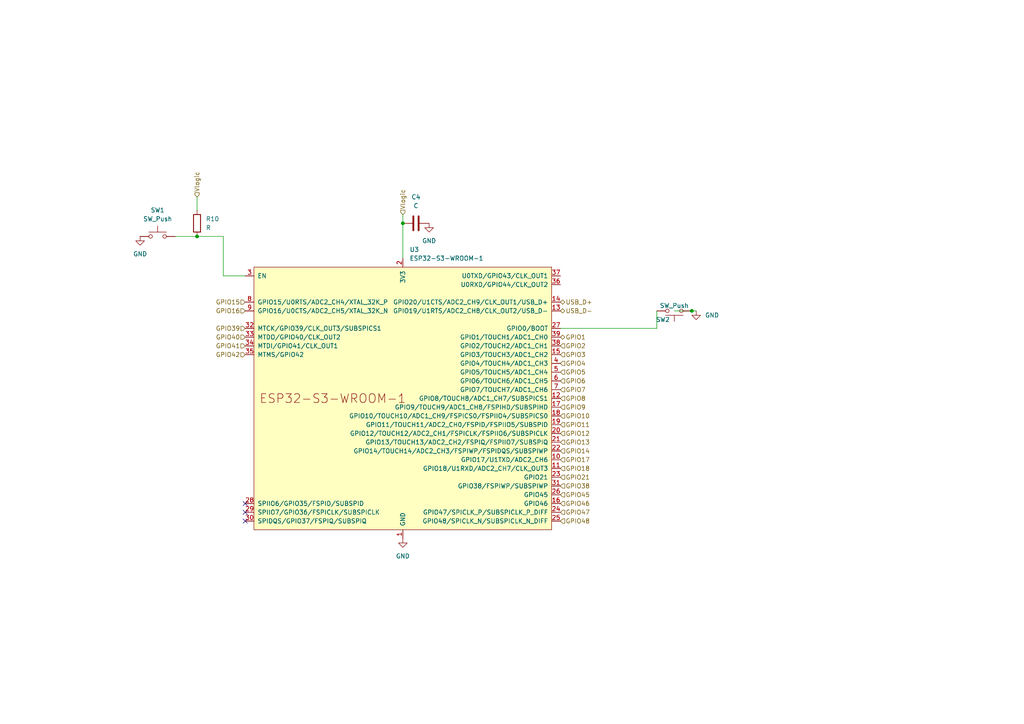
<source format=kicad_sch>
(kicad_sch (version 20230121) (generator eeschema)
  (paper "A4")
  (lib_symbols
    (symbol "Device:C" (pin_numbers hide) (pin_names (offset 0.254))
      (property "Reference" "C" (at 0.635 2.54 0))
      (property "Value" "C" (at 0.635 -2.54 0))
      (symbol "C_0_1"
        (polyline (pts (xy -2.032 -0.762) (xy 2.032 -0.762)) (stroke (width 0.508)))
        (polyline (pts (xy -2.032 0.762) (xy 2.032 0.762)) (stroke (width 0.508)))
      )
      (symbol "C_1_1"
        (pin passive line (at 0 3.81 270) (length 2.794) (name "~") (number "1"))
        (pin passive line (at 0 -3.81 90) (length 2.794) (name "~") (number "2"))
      )
    )
    (symbol "Device:R" (pin_numbers hide) (pin_names (offset 0))
      (property "Reference" "R" (at 2.032 0 90))
      (property "Value" "R" (at 0 0 90))
      (symbol "R_0_1"
        (rectangle (start -1.016 -2.54) (end 1.016 2.54) (stroke (width 0.254)))
      )
      (symbol "R_1_1"
        (pin passive line (at 0 3.81 270) (length 1.27) (name "~") (number "1"))
        (pin passive line (at 0 -3.81 90) (length 1.27) (name "~") (number "2"))
      )
    )
    (symbol "PCM_Espressif:ESP32-S3-WROOM-1" (pin_names (offset 1.016))
      (property "Reference" "U" (at -43.18 43.18 0))
      (property "Value" "ESP32-S3-WROOM-1" (at -43.18 40.64 0))
      (symbol "ESP32-S3-WROOM-1_0_0"
        (text "ESP32-S3-WROOM-1" (at -20.32 0 0) (effects (font (size 2.54 2.54))))
        (pin power_in line (at 0 -40.64 90) (length 2.54) (name "GND") (number "1"))
        (pin bidirectional line (at 45.72 -17.78 180) (length 2.54) (name "GPIO17/U1TXD/ADC2_CH6") (number "10"))
        (pin bidirectional line (at 45.72 -20.32 180) (length 2.54) (name "GPIO18/U1RXD/ADC2_CH7/CLK_OUT3") (number "11"))
        (pin bidirectional line (at 45.72 0 180) (length 2.54) (name "GPIO8/TOUCH8/ADC1_CH7/SUBSPICS1") (number "12"))
        (pin bidirectional line (at 45.72 25.4 180) (length 2.54) (name "GPIO19/U1RTS/ADC2_CH8/CLK_OUT2/USB_D-") (number "13"))
        (pin bidirectional line (at 45.72 27.94 180) (length 2.54) (name "GPIO20/U1CTS/ADC2_CH9/CLK_OUT1/USB_D+") (number "14"))
        (pin bidirectional line (at 45.72 12.7 180) (length 2.54) (name "GPIO3/TOUCH3/ADC1_CH2") (number "15"))
        (pin bidirectional line (at 45.72 -30.48 180) (length 2.54) (name "GPIO46") (number "16"))
        (pin bidirectional line (at 45.72 -2.54 180) (length 2.54) (name "GPIO9/TOUCH9/ADC1_CH8/FSPIHD/SUBSPIHD") (number "17"))
        (pin bidirectional line (at 45.72 -5.08 180) (length 2.54) (name "GPIO10/TOUCH10/ADC1_CH9/FSPICS0/FSPIIO4/SUBSPICS0") (number "18"))
        (pin bidirectional line (at 45.72 -7.62 180) (length 2.54) (name "GPIO11/TOUCH11/ADC2_CH0/FSPID/FSPIIO5/SUBSPID") (number "19"))
        (pin power_in line (at 0 40.64 270) (length 2.54) (name "3V3") (number "2"))
        (pin bidirectional line (at 45.72 -10.16 180) (length 2.54) (name "GPIO12/TOUCH12/ADC2_CH1/FSPICLK/FSPIIO6/SUBSPICLK") (number "20"))
        (pin bidirectional line (at 45.72 -12.7 180) (length 2.54) (name "GPIO13/TOUCH13/ADC2_CH2/FSPIQ/FSPIIO7/SUBSPIQ") (number "21"))
        (pin bidirectional line (at 45.72 -15.24 180) (length 2.54) (name "GPIO14/TOUCH14/ADC2_CH3/FSPIWP/FSPIDQS/SUBSPIWP") (number "22"))
        (pin bidirectional line (at 45.72 -22.86 180) (length 2.54) (name "GPIO21") (number "23"))
        (pin bidirectional line (at 45.72 -33.02 180) (length 2.54) (name "GPIO47/SPICLK_P/SUBSPICLK_P_DIFF") (number "24"))
        (pin bidirectional line (at 45.72 -35.56 180) (length 2.54) (name "GPIO48/SPICLK_N/SUBSPICLK_N_DIFF") (number "25"))
        (pin bidirectional line (at 45.72 -27.94 180) (length 2.54) (name "GPIO45") (number "26"))
        (pin bidirectional line (at 45.72 20.32 180) (length 2.54) (name "GPIO0/BOOT") (number "27"))
        (pin bidirectional line (at -45.72 -30.48 0) (length 2.54) (name "SPIIO6/GPIO35/FSPID/SUBSPID") (number "28"))
        (pin bidirectional line (at -45.72 -33.02 0) (length 2.54) (name "SPIIO7/GPIO36/FSPICLK/SUBSPICLK") (number "29"))
        (pin input line (at -45.72 35.56 0) (length 2.54) (name "EN") (number "3"))
        (pin bidirectional line (at -45.72 -35.56 0) (length 2.54) (name "SPIDQS/GPIO37/FSPIQ/SUBSPIQ") (number "30"))
        (pin bidirectional line (at 45.72 -25.4 180) (length 2.54) (name "GPIO38/FSPIWP/SUBSPIWP") (number "31"))
        (pin bidirectional line (at -45.72 20.32 0) (length 2.54) (name "MTCK/GPIO39/CLK_OUT3/SUBSPICS1") (number "32"))
        (pin bidirectional line (at -45.72 17.78 0) (length 2.54) (name "MTDO/GPIO40/CLK_OUT2") (number "33"))
        (pin bidirectional line (at -45.72 15.24 0) (length 2.54) (name "MTDI/GPIO41/CLK_OUT1") (number "34"))
        (pin bidirectional line (at -45.72 12.7 0) (length 2.54) (name "MTMS/GPIO42") (number "35"))
        (pin bidirectional line (at 45.72 33.02 180) (length 2.54) (name "U0RXD/GPIO44/CLK_OUT2") (number "36"))
        (pin bidirectional line (at 45.72 35.56 180) (length 2.54) (name "U0TXD/GPIO43/CLK_OUT1") (number "37"))
        (pin bidirectional line (at 45.72 15.24 180) (length 2.54) (name "GPIO2/TOUCH2/ADC1_CH1") (number "38"))
        (pin bidirectional line (at 45.72 17.78 180) (length 2.54) (name "GPIO1/TOUCH1/ADC1_CH0") (number "39"))
        (pin bidirectional line (at 45.72 10.16 180) (length 2.54) (name "GPIO4/TOUCH4/ADC1_CH3") (number "4"))
        (pin passive line (at 0 -40.64 90) (length 2.54) hide (name "GND") (number "40"))
        (pin passive line (at 0 -40.64 90) (length 2.54) hide (name "GND") (number "41"))
        (pin bidirectional line (at 45.72 7.62 180) (length 2.54) (name "GPIO5/TOUCH5/ADC1_CH4") (number "5"))
        (pin bidirectional line (at 45.72 5.08 180) (length 2.54) (name "GPIO6/TOUCH6/ADC1_CH5") (number "6"))
        (pin bidirectional line (at 45.72 2.54 180) (length 2.54) (name "GPIO7/TOUCH7/ADC1_CH6") (number "7"))
        (pin bidirectional line (at -45.72 27.94 0) (length 2.54) (name "GPIO15/U0RTS/ADC2_CH4/XTAL_32K_P") (number "8"))
        (pin bidirectional line (at -45.72 25.4 0) (length 2.54) (name "GPIO16/U0CTS/ADC2_CH5/XTAL_32K_N") (number "9"))
      )
      (symbol "ESP32-S3-WROOM-1_0_1"
        (rectangle (start -43.18 38.1) (end 43.18 -38.1) (fill (type background)))
      )
    )
    (symbol "Switch:SW_Push" (pin_numbers hide) (pin_names (offset 1.016) hide)
      (property "Reference" "SW" (at 1.27 2.54 0))
      (property "Value" "SW_Push" (at 0 -1.524 0))
      (symbol "SW_Push_0_1"
        (circle (center -2.032 0) (radius 0.508))
        (polyline (pts (xy 0 1.27) (xy 0 3.048)))
        (polyline (pts (xy 2.54 1.27) (xy -2.54 1.27)))
        (circle (center 2.032 0) (radius 0.508))
        (pin passive line (at -5.08 0 0) (length 2.54) (name "1") (number "1"))
        (pin passive line (at 5.08 0 180) (length 2.54) (name "2") (number "2"))
      )
    )
    (symbol "power:GND" (power) (pin_names (offset 0))
      (property "Value" "GND" (at 0 -3.81 0))
      (symbol "GND_0_1"
        (polyline (pts (xy 0 0) (xy 0 -1.27) (xy 1.27 -1.27) (xy 0 -2.54) (xy -1.27 -1.27) (xy 0 -1.27)))
      )
      (symbol "GND_1_1"
        (pin power_in line (at 0 0 270) (length 0) hide (name "GND") (number "1"))
      )
    )
  )
  (junction (at 57.15 68.58))
  (junction (at 200.66 90.17))
  (junction (at 116.84 64.77))
  (no_connect (at 71.12 151.13))
  (no_connect (at 71.12 146.05))
  (no_connect (at 71.12 148.59))
  (wire (pts (xy 195.58 90.17) (xy 200.66 90.17)))
  (wire (pts (xy 200.66 90.17) (xy 201.93 90.17)))
  (wire (pts (xy 50.8 68.58) (xy 57.15 68.58)))
  (wire (pts (xy 71.12 80.01) (xy 64.77 80.01)))
  (wire (pts (xy 57.15 68.58) (xy 64.77 68.58)))
  (wire (pts (xy 57.15 57.15) (xy 57.15 60.96)))
  (wire (pts (xy 116.84 62.23) (xy 116.84 64.77)))
  (wire (pts (xy 116.84 64.77) (xy 116.84 74.93)))
  (wire (pts (xy 162.56 95.25) (xy 190.5 95.25)))
  (wire (pts (xy 64.77 80.01) (xy 64.77 68.58)))
  (wire (pts (xy 190.5 95.25) (xy 190.5 90.17)))
  (hierarchical_label "GPIO47" (shape input) (at 162.56 148.59 0))
  (hierarchical_label "Vlogic" (shape input) (at 116.84 62.23 90))
  (hierarchical_label "Vlogic" (shape input) (at 57.15 57.15 90))
  (hierarchical_label "USB_D+" (shape bidirectional) (at 162.56 87.63 0))
  (hierarchical_label "GPIO17" (shape input) (at 162.56 133.35 0))
  (hierarchical_label "GPIO11" (shape input) (at 162.56 123.19 0))
  (hierarchical_label "GPIO41" (shape input) (at 71.12 100.33 180))
  (hierarchical_label "GPIO18" (shape input) (at 162.56 135.89 0))
  (hierarchical_label "GPIO6" (shape input) (at 162.56 110.49 0))
  (hierarchical_label "GPIO48" (shape input) (at 162.56 151.13 0))
  (hierarchical_label "GPIO7" (shape input) (at 162.56 113.03 0))
  (hierarchical_label "GPIO45" (shape input) (at 162.56 143.51 0))
  (hierarchical_label "GPIO10" (shape input) (at 162.56 120.65 0))
  (hierarchical_label "GPIO4" (shape input) (at 162.56 105.41 0))
  (hierarchical_label "GPIO9" (shape input) (at 162.56 118.11 0))
  (hierarchical_label "GPIO13" (shape input) (at 162.56 128.27 0))
  (hierarchical_label "GPIO3" (shape input) (at 162.56 102.87 0))
  (hierarchical_label "GPIO38" (shape input) (at 162.56 140.97 0))
  (hierarchical_label "GPIO1" (shape tri_state) (at 162.56 97.79 0))
  (hierarchical_label "GPIO5" (shape input) (at 162.56 107.95 0))
  (hierarchical_label "GPIO42" (shape input) (at 71.12 102.87 180))
  (hierarchical_label "GPIO8" (shape input) (at 162.56 115.57 0))
  (hierarchical_label "GPIO21" (shape input) (at 162.56 138.43 0))
  (hierarchical_label "GPIO46" (shape input) (at 162.56 146.05 0))
  (hierarchical_label "GPIO14" (shape input) (at 162.56 130.81 0))
  (hierarchical_label "GPIO39" (shape input) (at 71.12 95.25 180))
  (hierarchical_label "GPIO15" (shape input) (at 71.12 87.63 180))
  (hierarchical_label "GPIO2" (shape input) (at 162.56 100.33 0))
  (hierarchical_label "GPIO12" (shape input) (at 162.56 125.73 0))
  (hierarchical_label "GPIO16" (shape input) (at 71.12 90.17 180))
  (hierarchical_label "GPIO40" (shape input) (at 71.12 97.79 180))
  (hierarchical_label "USB_D-" (shape bidirectional) (at 162.56 90.17 0))
  (symbol (lib_id "power:GND") (at 40.64 68.58 0) (unit 1)
    (property "Reference" "#PWR016" (effects hide))
    (property "Value" "GND" (at 40.64 73.66 0))
  )
  (symbol (lib_id "power:GND") (at 124.46 64.77 0) (unit 1)
    (property "Reference" "#PWR018" (effects hide))
    (property "Value" "GND" (at 124.46 69.85 0))
  )
  (symbol (lib_id "Device:C") (at 120.65 64.77 90) (unit 1)
    (property "Reference" "C4" (at 120.65 57.15 90))
    (property "Value" "C" (at 120.65 59.69 90))
    (property "Footprint" "Capacitor_SMD:C_0603_1608Metric" (effects hide))
  )
  (symbol (lib_id "power:GND") (at 201.93 90.17 0) (unit 1)
    (property "Reference" "#PWR019" (effects hide))
    (property "Value" "GND" (at 204.47 91.44 0) (effects (justify left)))
  )
  (symbol (lib_id "power:GND") (at 116.84 156.21 0) (unit 1)
    (property "Reference" "#PWR017" (effects hide))
    (property "Value" "GND" (at 116.84 161.29 0))
  )
  (symbol (lib_id "PCM_Espressif:ESP32-S3-WROOM-1") (at 116.84 115.57 0) (unit 1)
    (property "Reference" "U3" (at 118.7959 72.39 0) (effects (justify left)))
    (property "Value" "ESP32-S3-WROOM-1" (at 118.7959 74.93 0) (effects (justify left)))
    (property "Footprint" "Espressif:ESP32-S3-WROOM-1" (effects hide))
    (property "Datasheet" "https://www.espressif.com/sites/default/files/documentation/esp32-s3-wroom-1_wroom-1u_datasheet_en.pdf" (effects hide))
  )
  (symbol (lib_id "Switch:SW_Push") (at 45.72 68.58 0) (unit 1)
    (property "Reference" "SW1" (at 45.72 60.96 0))
    (property "Value" "SW_Push" (at 45.72 63.5 0))
  )
  (symbol (lib_id "Device:R") (at 57.15 64.77 0) (unit 1)
    (property "Reference" "R10" (at 59.69 63.5 0) (effects (justify left)))
    (property "Value" "R" (at 59.69 66.04 0) (effects (justify left)))
    (property "Footprint" "Resistor_SMD:R_0603_1608Metric" (effects hide))
  )
  (symbol (lib_id "Switch:SW_Push") (at 195.58 90.17 180) (unit 1)
    (property "Reference" "SW2" (at 194.31 92.71 0) (effects (justify left)))
    (property "Value" "SW_Push" (at 195.58 88.646 0))
  )
)
</source>
